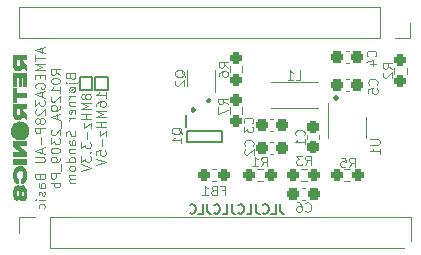
<source format=gbo>
G04 #@! TF.GenerationSoftware,KiCad,Pcbnew,(6.0.11)*
G04 #@! TF.CreationDate,2023-03-04T17:47:10+01:00*
G04 #@! TF.ProjectId,ATMEGA328P_AU_BreadboardAdapter,41544d45-4741-4333-9238-505f41555f42,rev?*
G04 #@! TF.SameCoordinates,Original*
G04 #@! TF.FileFunction,Legend,Bot*
G04 #@! TF.FilePolarity,Positive*
%FSLAX46Y46*%
G04 Gerber Fmt 4.6, Leading zero omitted, Abs format (unit mm)*
G04 Created by KiCad (PCBNEW (6.0.11)) date 2023-03-04 17:47:10*
%MOMM*%
%LPD*%
G01*
G04 APERTURE LIST*
G04 Aperture macros list*
%AMRoundRect*
0 Rectangle with rounded corners*
0 $1 Rounding radius*
0 $2 $3 $4 $5 $6 $7 $8 $9 X,Y pos of 4 corners*
0 Add a 4 corners polygon primitive as box body*
4,1,4,$2,$3,$4,$5,$6,$7,$8,$9,$2,$3,0*
0 Add four circle primitives for the rounded corners*
1,1,$1+$1,$2,$3*
1,1,$1+$1,$4,$5*
1,1,$1+$1,$6,$7*
1,1,$1+$1,$8,$9*
0 Add four rect primitives between the rounded corners*
20,1,$1+$1,$2,$3,$4,$5,0*
20,1,$1+$1,$4,$5,$6,$7,0*
20,1,$1+$1,$6,$7,$8,$9,0*
20,1,$1+$1,$8,$9,$2,$3,0*%
G04 Aperture macros list end*
%ADD10C,0.150000*%
%ADD11C,0.100000*%
%ADD12C,0.300000*%
%ADD13C,0.120000*%
%ADD14C,0.200000*%
%ADD15R,1.650000X2.000000*%
%ADD16R,0.400000X1.000000*%
%ADD17O,1.700000X1.700000*%
%ADD18R,0.650000X1.560000*%
%ADD19RoundRect,0.237500X-0.237500X0.250000X-0.237500X-0.250000X0.237500X-0.250000X0.237500X0.250000X0*%
%ADD20RoundRect,0.237500X0.250000X0.237500X-0.250000X0.237500X-0.250000X-0.237500X0.250000X-0.237500X0*%
%ADD21RoundRect,0.237500X0.237500X-0.250000X0.237500X0.250000X-0.237500X0.250000X-0.237500X-0.250000X0*%
%ADD22RoundRect,0.237500X-0.250000X-0.237500X0.250000X-0.237500X0.250000X0.237500X-0.250000X0.237500X0*%
%ADD23R,0.550000X1.050000*%
%ADD24RoundRect,0.237500X0.287500X0.237500X-0.287500X0.237500X-0.287500X-0.237500X0.287500X-0.237500X0*%
%ADD25RoundRect,0.237500X0.300000X0.237500X-0.300000X0.237500X-0.300000X-0.237500X0.300000X-0.237500X0*%
%ADD26RoundRect,0.237500X-0.300000X-0.237500X0.300000X-0.237500X0.300000X0.237500X-0.300000X0.237500X0*%
%ADD27RoundRect,0.237500X-0.237500X0.300000X-0.237500X-0.300000X0.237500X-0.300000X0.237500X0.300000X0*%
%ADD28C,0.700000*%
%ADD29R,1.700000X1.700000*%
G04 APERTURE END LIST*
D10*
X184320238Y-88386904D02*
X184320238Y-88958333D01*
X184358333Y-89072619D01*
X184434523Y-89148809D01*
X184548809Y-89186904D01*
X184625000Y-89186904D01*
X183558333Y-89186904D02*
X183939285Y-89186904D01*
X183939285Y-88386904D01*
X182834523Y-89110714D02*
X182872619Y-89148809D01*
X182986904Y-89186904D01*
X183063095Y-89186904D01*
X183177380Y-89148809D01*
X183253571Y-89072619D01*
X183291666Y-88996428D01*
X183329761Y-88844047D01*
X183329761Y-88729761D01*
X183291666Y-88577380D01*
X183253571Y-88501190D01*
X183177380Y-88425000D01*
X183063095Y-88386904D01*
X182986904Y-88386904D01*
X182872619Y-88425000D01*
X182834523Y-88463095D01*
X182263095Y-88386904D02*
X182263095Y-88958333D01*
X182301190Y-89072619D01*
X182377380Y-89148809D01*
X182491666Y-89186904D01*
X182567857Y-89186904D01*
X181501190Y-89186904D02*
X181882142Y-89186904D01*
X181882142Y-88386904D01*
X180777380Y-89110714D02*
X180815476Y-89148809D01*
X180929761Y-89186904D01*
X181005952Y-89186904D01*
X181120238Y-89148809D01*
X181196428Y-89072619D01*
X181234523Y-88996428D01*
X181272619Y-88844047D01*
X181272619Y-88729761D01*
X181234523Y-88577380D01*
X181196428Y-88501190D01*
X181120238Y-88425000D01*
X181005952Y-88386904D01*
X180929761Y-88386904D01*
X180815476Y-88425000D01*
X180777380Y-88463095D01*
X180205952Y-88386904D02*
X180205952Y-88958333D01*
X180244047Y-89072619D01*
X180320238Y-89148809D01*
X180434523Y-89186904D01*
X180510714Y-89186904D01*
X179444047Y-89186904D02*
X179825000Y-89186904D01*
X179825000Y-88386904D01*
X178720238Y-89110714D02*
X178758333Y-89148809D01*
X178872619Y-89186904D01*
X178948809Y-89186904D01*
X179063095Y-89148809D01*
X179139285Y-89072619D01*
X179177380Y-88996428D01*
X179215476Y-88844047D01*
X179215476Y-88729761D01*
X179177380Y-88577380D01*
X179139285Y-88501190D01*
X179063095Y-88425000D01*
X178948809Y-88386904D01*
X178872619Y-88386904D01*
X178758333Y-88425000D01*
X178720238Y-88463095D01*
X178148809Y-88386904D02*
X178148809Y-88958333D01*
X178186904Y-89072619D01*
X178263095Y-89148809D01*
X178377380Y-89186904D01*
X178453571Y-89186904D01*
X177386904Y-89186904D02*
X177767857Y-89186904D01*
X177767857Y-88386904D01*
X176663095Y-89110714D02*
X176701190Y-89148809D01*
X176815476Y-89186904D01*
X176891666Y-89186904D01*
X177005952Y-89148809D01*
X177082142Y-89072619D01*
X177120238Y-88996428D01*
X177158333Y-88844047D01*
X177158333Y-88729761D01*
X177120238Y-88577380D01*
X177082142Y-88501190D01*
X177005952Y-88425000D01*
X176891666Y-88386904D01*
X176815476Y-88386904D01*
X176701190Y-88425000D01*
X176663095Y-88463095D01*
X168650000Y-77575000D02*
X169700000Y-77575000D01*
X169700000Y-77575000D02*
X169700000Y-78725000D01*
X169700000Y-78725000D02*
X168650000Y-78725000D01*
X168650000Y-78725000D02*
X168650000Y-77575000D01*
X167375000Y-77575000D02*
X168425000Y-77575000D01*
X168425000Y-77575000D02*
X168425000Y-78725000D01*
X168425000Y-78725000D02*
X167375000Y-78725000D01*
X167375000Y-78725000D02*
X167375000Y-77575000D01*
D11*
X167810761Y-79181439D02*
X167772666Y-79105248D01*
X167734571Y-79067153D01*
X167658380Y-79029058D01*
X167620285Y-79029058D01*
X167544095Y-79067153D01*
X167506000Y-79105248D01*
X167467904Y-79181439D01*
X167467904Y-79333820D01*
X167506000Y-79410010D01*
X167544095Y-79448105D01*
X167620285Y-79486201D01*
X167658380Y-79486201D01*
X167734571Y-79448105D01*
X167772666Y-79410010D01*
X167810761Y-79333820D01*
X167810761Y-79181439D01*
X167848857Y-79105248D01*
X167886952Y-79067153D01*
X167963142Y-79029058D01*
X168115523Y-79029058D01*
X168191714Y-79067153D01*
X168229809Y-79105248D01*
X168267904Y-79181439D01*
X168267904Y-79333820D01*
X168229809Y-79410010D01*
X168191714Y-79448105D01*
X168115523Y-79486201D01*
X167963142Y-79486201D01*
X167886952Y-79448105D01*
X167848857Y-79410010D01*
X167810761Y-79333820D01*
X168267904Y-79829058D02*
X167467904Y-79829058D01*
X168039333Y-80095724D01*
X167467904Y-80362391D01*
X168267904Y-80362391D01*
X168267904Y-80743344D02*
X167467904Y-80743344D01*
X167848857Y-80743344D02*
X167848857Y-81200486D01*
X168267904Y-81200486D02*
X167467904Y-81200486D01*
X167734571Y-81505248D02*
X167734571Y-81924296D01*
X168267904Y-81505248D01*
X168267904Y-81924296D01*
X167963142Y-82229058D02*
X167963142Y-82838582D01*
X167467904Y-83143344D02*
X167467904Y-83638582D01*
X167772666Y-83371915D01*
X167772666Y-83486201D01*
X167810761Y-83562391D01*
X167848857Y-83600486D01*
X167925047Y-83638582D01*
X168115523Y-83638582D01*
X168191714Y-83600486D01*
X168229809Y-83562391D01*
X168267904Y-83486201D01*
X168267904Y-83257629D01*
X168229809Y-83181439D01*
X168191714Y-83143344D01*
X168191714Y-83981439D02*
X168229809Y-84019534D01*
X168267904Y-83981439D01*
X168229809Y-83943344D01*
X168191714Y-83981439D01*
X168267904Y-83981439D01*
X167467904Y-84286201D02*
X167467904Y-84781439D01*
X167772666Y-84514772D01*
X167772666Y-84629058D01*
X167810761Y-84705248D01*
X167848857Y-84743344D01*
X167925047Y-84781439D01*
X168115523Y-84781439D01*
X168191714Y-84743344D01*
X168229809Y-84705248D01*
X168267904Y-84629058D01*
X168267904Y-84400486D01*
X168229809Y-84324296D01*
X168191714Y-84286201D01*
X167467904Y-85010010D02*
X168267904Y-85276677D01*
X167467904Y-85543344D01*
X169555904Y-79371915D02*
X169555904Y-78914772D01*
X169555904Y-79143344D02*
X168755904Y-79143344D01*
X168870190Y-79067153D01*
X168946380Y-78990963D01*
X168984476Y-78914772D01*
X168755904Y-80057629D02*
X168755904Y-79905248D01*
X168794000Y-79829058D01*
X168832095Y-79790963D01*
X168946380Y-79714772D01*
X169098761Y-79676677D01*
X169403523Y-79676677D01*
X169479714Y-79714772D01*
X169517809Y-79752867D01*
X169555904Y-79829058D01*
X169555904Y-79981439D01*
X169517809Y-80057629D01*
X169479714Y-80095724D01*
X169403523Y-80133820D01*
X169213047Y-80133820D01*
X169136857Y-80095724D01*
X169098761Y-80057629D01*
X169060666Y-79981439D01*
X169060666Y-79829058D01*
X169098761Y-79752867D01*
X169136857Y-79714772D01*
X169213047Y-79676677D01*
X169555904Y-80476677D02*
X168755904Y-80476677D01*
X169327333Y-80743344D01*
X168755904Y-81010010D01*
X169555904Y-81010010D01*
X169555904Y-81390963D02*
X168755904Y-81390963D01*
X169136857Y-81390963D02*
X169136857Y-81848105D01*
X169555904Y-81848105D02*
X168755904Y-81848105D01*
X169022571Y-82152867D02*
X169022571Y-82571915D01*
X169555904Y-82152867D01*
X169555904Y-82571915D01*
X169251142Y-82876677D02*
X169251142Y-83486201D01*
X168755904Y-84248105D02*
X168755904Y-83867153D01*
X169136857Y-83829058D01*
X169098761Y-83867153D01*
X169060666Y-83943344D01*
X169060666Y-84133820D01*
X169098761Y-84210010D01*
X169136857Y-84248105D01*
X169213047Y-84286201D01*
X169403523Y-84286201D01*
X169479714Y-84248105D01*
X169517809Y-84210010D01*
X169555904Y-84133820D01*
X169555904Y-83943344D01*
X169517809Y-83867153D01*
X169479714Y-83829058D01*
X168755904Y-84514772D02*
X169555904Y-84781439D01*
X168755904Y-85048105D01*
D12*
X189025000Y-79335714D02*
X188953571Y-79407142D01*
X189025000Y-79478571D01*
X189096428Y-79407142D01*
X189025000Y-79335714D01*
X189025000Y-79478571D01*
X176975000Y-80310714D02*
X176903571Y-80382142D01*
X176975000Y-80453571D01*
X177046428Y-80382142D01*
X176975000Y-80310714D01*
X176975000Y-80453571D01*
X178250000Y-79535714D02*
X178178571Y-79607142D01*
X178250000Y-79678571D01*
X178321428Y-79607142D01*
X178250000Y-79535714D01*
X178250000Y-79678571D01*
D11*
X164170333Y-75162391D02*
X164170333Y-75543344D01*
X164398904Y-75086201D02*
X163598904Y-75352867D01*
X164398904Y-75619534D01*
X163598904Y-75771915D02*
X163598904Y-76229058D01*
X164398904Y-76000486D02*
X163598904Y-76000486D01*
X164398904Y-76495724D02*
X163598904Y-76495724D01*
X164170333Y-76762391D01*
X163598904Y-77029058D01*
X164398904Y-77029058D01*
X163979857Y-77410010D02*
X163979857Y-77676677D01*
X164398904Y-77790963D02*
X164398904Y-77410010D01*
X163598904Y-77410010D01*
X163598904Y-77790963D01*
X163637000Y-78552867D02*
X163598904Y-78476677D01*
X163598904Y-78362391D01*
X163637000Y-78248105D01*
X163713190Y-78171915D01*
X163789380Y-78133820D01*
X163941761Y-78095724D01*
X164056047Y-78095724D01*
X164208428Y-78133820D01*
X164284619Y-78171915D01*
X164360809Y-78248105D01*
X164398904Y-78362391D01*
X164398904Y-78438582D01*
X164360809Y-78552867D01*
X164322714Y-78590963D01*
X164056047Y-78590963D01*
X164056047Y-78438582D01*
X164170333Y-78895724D02*
X164170333Y-79276677D01*
X164398904Y-78819534D02*
X163598904Y-79086201D01*
X164398904Y-79352867D01*
X163598904Y-79543344D02*
X163598904Y-80038582D01*
X163903666Y-79771915D01*
X163903666Y-79886201D01*
X163941761Y-79962391D01*
X163979857Y-80000486D01*
X164056047Y-80038582D01*
X164246523Y-80038582D01*
X164322714Y-80000486D01*
X164360809Y-79962391D01*
X164398904Y-79886201D01*
X164398904Y-79657629D01*
X164360809Y-79581439D01*
X164322714Y-79543344D01*
X163675095Y-80343344D02*
X163637000Y-80381439D01*
X163598904Y-80457629D01*
X163598904Y-80648105D01*
X163637000Y-80724296D01*
X163675095Y-80762391D01*
X163751285Y-80800486D01*
X163827476Y-80800486D01*
X163941761Y-80762391D01*
X164398904Y-80305248D01*
X164398904Y-80800486D01*
X163941761Y-81257629D02*
X163903666Y-81181439D01*
X163865571Y-81143344D01*
X163789380Y-81105248D01*
X163751285Y-81105248D01*
X163675095Y-81143344D01*
X163637000Y-81181439D01*
X163598904Y-81257629D01*
X163598904Y-81410010D01*
X163637000Y-81486201D01*
X163675095Y-81524296D01*
X163751285Y-81562391D01*
X163789380Y-81562391D01*
X163865571Y-81524296D01*
X163903666Y-81486201D01*
X163941761Y-81410010D01*
X163941761Y-81257629D01*
X163979857Y-81181439D01*
X164017952Y-81143344D01*
X164094142Y-81105248D01*
X164246523Y-81105248D01*
X164322714Y-81143344D01*
X164360809Y-81181439D01*
X164398904Y-81257629D01*
X164398904Y-81410010D01*
X164360809Y-81486201D01*
X164322714Y-81524296D01*
X164246523Y-81562391D01*
X164094142Y-81562391D01*
X164017952Y-81524296D01*
X163979857Y-81486201D01*
X163941761Y-81410010D01*
X164398904Y-81905248D02*
X163598904Y-81905248D01*
X163598904Y-82210010D01*
X163637000Y-82286201D01*
X163675095Y-82324296D01*
X163751285Y-82362391D01*
X163865571Y-82362391D01*
X163941761Y-82324296D01*
X163979857Y-82286201D01*
X164017952Y-82210010D01*
X164017952Y-81905248D01*
X164094142Y-82705248D02*
X164094142Y-83314772D01*
X164170333Y-83657629D02*
X164170333Y-84038582D01*
X164398904Y-83581439D02*
X163598904Y-83848105D01*
X164398904Y-84114772D01*
X163598904Y-84381439D02*
X164246523Y-84381439D01*
X164322714Y-84419534D01*
X164360809Y-84457629D01*
X164398904Y-84533820D01*
X164398904Y-84686201D01*
X164360809Y-84762391D01*
X164322714Y-84800486D01*
X164246523Y-84838582D01*
X163598904Y-84838582D01*
X163979857Y-86095724D02*
X164017952Y-86210010D01*
X164056047Y-86248105D01*
X164132238Y-86286201D01*
X164246523Y-86286201D01*
X164322714Y-86248105D01*
X164360809Y-86210010D01*
X164398904Y-86133820D01*
X164398904Y-85829058D01*
X163598904Y-85829058D01*
X163598904Y-86095724D01*
X163637000Y-86171915D01*
X163675095Y-86210010D01*
X163751285Y-86248105D01*
X163827476Y-86248105D01*
X163903666Y-86210010D01*
X163941761Y-86171915D01*
X163979857Y-86095724D01*
X163979857Y-85829058D01*
X164398904Y-86971915D02*
X163979857Y-86971915D01*
X163903666Y-86933820D01*
X163865571Y-86857629D01*
X163865571Y-86705248D01*
X163903666Y-86629058D01*
X164360809Y-86971915D02*
X164398904Y-86895724D01*
X164398904Y-86705248D01*
X164360809Y-86629058D01*
X164284619Y-86590963D01*
X164208428Y-86590963D01*
X164132238Y-86629058D01*
X164094142Y-86705248D01*
X164094142Y-86895724D01*
X164056047Y-86971915D01*
X164360809Y-87314772D02*
X164398904Y-87390963D01*
X164398904Y-87543344D01*
X164360809Y-87619534D01*
X164284619Y-87657629D01*
X164246523Y-87657629D01*
X164170333Y-87619534D01*
X164132238Y-87543344D01*
X164132238Y-87429058D01*
X164094142Y-87352867D01*
X164017952Y-87314772D01*
X163979857Y-87314772D01*
X163903666Y-87352867D01*
X163865571Y-87429058D01*
X163865571Y-87543344D01*
X163903666Y-87619534D01*
X164398904Y-88000486D02*
X163865571Y-88000486D01*
X163598904Y-88000486D02*
X163637000Y-87962391D01*
X163675095Y-88000486D01*
X163637000Y-88038582D01*
X163598904Y-88000486D01*
X163675095Y-88000486D01*
X164360809Y-88724296D02*
X164398904Y-88648105D01*
X164398904Y-88495724D01*
X164360809Y-88419534D01*
X164322714Y-88381439D01*
X164246523Y-88343344D01*
X164017952Y-88343344D01*
X163941761Y-88381439D01*
X163903666Y-88419534D01*
X163865571Y-88495724D01*
X163865571Y-88648105D01*
X163903666Y-88724296D01*
X165686904Y-77429058D02*
X165305952Y-77162391D01*
X165686904Y-76971915D02*
X164886904Y-76971915D01*
X164886904Y-77276677D01*
X164925000Y-77352867D01*
X164963095Y-77390963D01*
X165039285Y-77429058D01*
X165153571Y-77429058D01*
X165229761Y-77390963D01*
X165267857Y-77352867D01*
X165305952Y-77276677D01*
X165305952Y-76971915D01*
X164886904Y-77924296D02*
X164886904Y-78000486D01*
X164925000Y-78076677D01*
X164963095Y-78114772D01*
X165039285Y-78152867D01*
X165191666Y-78190963D01*
X165382142Y-78190963D01*
X165534523Y-78152867D01*
X165610714Y-78114772D01*
X165648809Y-78076677D01*
X165686904Y-78000486D01*
X165686904Y-77924296D01*
X165648809Y-77848105D01*
X165610714Y-77810010D01*
X165534523Y-77771915D01*
X165382142Y-77733820D01*
X165191666Y-77733820D01*
X165039285Y-77771915D01*
X164963095Y-77810010D01*
X164925000Y-77848105D01*
X164886904Y-77924296D01*
X165686904Y-78952867D02*
X165686904Y-78495724D01*
X165686904Y-78724296D02*
X164886904Y-78724296D01*
X165001190Y-78648105D01*
X165077380Y-78571915D01*
X165115476Y-78495724D01*
X164963095Y-79257629D02*
X164925000Y-79295724D01*
X164886904Y-79371915D01*
X164886904Y-79562391D01*
X164925000Y-79638582D01*
X164963095Y-79676677D01*
X165039285Y-79714772D01*
X165115476Y-79714772D01*
X165229761Y-79676677D01*
X165686904Y-79219534D01*
X165686904Y-79714772D01*
X165686904Y-80095724D02*
X165686904Y-80248105D01*
X165648809Y-80324296D01*
X165610714Y-80362391D01*
X165496428Y-80438582D01*
X165344047Y-80476677D01*
X165039285Y-80476677D01*
X164963095Y-80438582D01*
X164925000Y-80400486D01*
X164886904Y-80324296D01*
X164886904Y-80171915D01*
X164925000Y-80095724D01*
X164963095Y-80057629D01*
X165039285Y-80019534D01*
X165229761Y-80019534D01*
X165305952Y-80057629D01*
X165344047Y-80095724D01*
X165382142Y-80171915D01*
X165382142Y-80324296D01*
X165344047Y-80400486D01*
X165305952Y-80438582D01*
X165229761Y-80476677D01*
X165458333Y-80781439D02*
X165458333Y-81162391D01*
X165686904Y-80705248D02*
X164886904Y-80971915D01*
X165686904Y-81238582D01*
X165763095Y-81314772D02*
X165763095Y-81924296D01*
X164963095Y-82076677D02*
X164925000Y-82114772D01*
X164886904Y-82190963D01*
X164886904Y-82381439D01*
X164925000Y-82457629D01*
X164963095Y-82495724D01*
X165039285Y-82533820D01*
X165115476Y-82533820D01*
X165229761Y-82495724D01*
X165686904Y-82038582D01*
X165686904Y-82533820D01*
X164886904Y-82800486D02*
X164886904Y-83295724D01*
X165191666Y-83029058D01*
X165191666Y-83143344D01*
X165229761Y-83219534D01*
X165267857Y-83257629D01*
X165344047Y-83295724D01*
X165534523Y-83295724D01*
X165610714Y-83257629D01*
X165648809Y-83219534D01*
X165686904Y-83143344D01*
X165686904Y-82914772D01*
X165648809Y-82838582D01*
X165610714Y-82800486D01*
X164886904Y-83790963D02*
X164886904Y-83867153D01*
X164925000Y-83943344D01*
X164963095Y-83981439D01*
X165039285Y-84019534D01*
X165191666Y-84057629D01*
X165382142Y-84057629D01*
X165534523Y-84019534D01*
X165610714Y-83981439D01*
X165648809Y-83943344D01*
X165686904Y-83867153D01*
X165686904Y-83790963D01*
X165648809Y-83714772D01*
X165610714Y-83676677D01*
X165534523Y-83638582D01*
X165382142Y-83600486D01*
X165191666Y-83600486D01*
X165039285Y-83638582D01*
X164963095Y-83676677D01*
X164925000Y-83714772D01*
X164886904Y-83790963D01*
X165686904Y-84438582D02*
X165686904Y-84590963D01*
X165648809Y-84667153D01*
X165610714Y-84705248D01*
X165496428Y-84781439D01*
X165344047Y-84819534D01*
X165039285Y-84819534D01*
X164963095Y-84781439D01*
X164925000Y-84743344D01*
X164886904Y-84667153D01*
X164886904Y-84514772D01*
X164925000Y-84438582D01*
X164963095Y-84400486D01*
X165039285Y-84362391D01*
X165229761Y-84362391D01*
X165305952Y-84400486D01*
X165344047Y-84438582D01*
X165382142Y-84514772D01*
X165382142Y-84667153D01*
X165344047Y-84743344D01*
X165305952Y-84781439D01*
X165229761Y-84819534D01*
X165763095Y-84971915D02*
X165763095Y-85581439D01*
X165686904Y-85771915D02*
X164886904Y-85771915D01*
X164886904Y-86076677D01*
X164925000Y-86152867D01*
X164963095Y-86190963D01*
X165039285Y-86229058D01*
X165153571Y-86229058D01*
X165229761Y-86190963D01*
X165267857Y-86152867D01*
X165305952Y-86076677D01*
X165305952Y-85771915D01*
X165686904Y-86571915D02*
X164886904Y-86571915D01*
X165191666Y-86571915D02*
X165153571Y-86648105D01*
X165153571Y-86800486D01*
X165191666Y-86876677D01*
X165229761Y-86914772D01*
X165305952Y-86952867D01*
X165534523Y-86952867D01*
X165610714Y-86914772D01*
X165648809Y-86876677D01*
X165686904Y-86800486D01*
X165686904Y-86648105D01*
X165648809Y-86571915D01*
X166555857Y-77581439D02*
X166593952Y-77695724D01*
X166632047Y-77733820D01*
X166708238Y-77771915D01*
X166822523Y-77771915D01*
X166898714Y-77733820D01*
X166936809Y-77695724D01*
X166974904Y-77619534D01*
X166974904Y-77314772D01*
X166174904Y-77314772D01*
X166174904Y-77581439D01*
X166213000Y-77657629D01*
X166251095Y-77695724D01*
X166327285Y-77733820D01*
X166403476Y-77733820D01*
X166479666Y-77695724D01*
X166517761Y-77657629D01*
X166555857Y-77581439D01*
X166555857Y-77314772D01*
X166441571Y-78114772D02*
X167127285Y-78114772D01*
X167203476Y-78076677D01*
X167241571Y-78000486D01*
X167241571Y-77962391D01*
X166174904Y-78114772D02*
X166213000Y-78076677D01*
X166251095Y-78114772D01*
X166213000Y-78152867D01*
X166174904Y-78114772D01*
X166251095Y-78114772D01*
X166441571Y-78914772D02*
X166974904Y-78419534D01*
X166974904Y-78610010D02*
X166936809Y-78533820D01*
X166898714Y-78495724D01*
X166822523Y-78457629D01*
X166593952Y-78457629D01*
X166517761Y-78495724D01*
X166479666Y-78533820D01*
X166441571Y-78610010D01*
X166441571Y-78724296D01*
X166479666Y-78800486D01*
X166517761Y-78838582D01*
X166593952Y-78876677D01*
X166822523Y-78876677D01*
X166898714Y-78838582D01*
X166936809Y-78800486D01*
X166974904Y-78724296D01*
X166974904Y-78610010D01*
X166974904Y-79219534D02*
X166441571Y-79219534D01*
X166593952Y-79219534D02*
X166517761Y-79257629D01*
X166479666Y-79295724D01*
X166441571Y-79371915D01*
X166441571Y-79448105D01*
X166441571Y-79714772D02*
X166974904Y-79714772D01*
X166517761Y-79714772D02*
X166479666Y-79752867D01*
X166441571Y-79829058D01*
X166441571Y-79943344D01*
X166479666Y-80019534D01*
X166555857Y-80057629D01*
X166974904Y-80057629D01*
X166936809Y-80743344D02*
X166974904Y-80667153D01*
X166974904Y-80514772D01*
X166936809Y-80438582D01*
X166860619Y-80400486D01*
X166555857Y-80400486D01*
X166479666Y-80438582D01*
X166441571Y-80514772D01*
X166441571Y-80667153D01*
X166479666Y-80743344D01*
X166555857Y-80781439D01*
X166632047Y-80781439D01*
X166708238Y-80400486D01*
X166974904Y-81124296D02*
X166441571Y-81124296D01*
X166593952Y-81124296D02*
X166517761Y-81162391D01*
X166479666Y-81200486D01*
X166441571Y-81276677D01*
X166441571Y-81352867D01*
X166936809Y-82190963D02*
X166974904Y-82305248D01*
X166974904Y-82495724D01*
X166936809Y-82571915D01*
X166898714Y-82610010D01*
X166822523Y-82648105D01*
X166746333Y-82648105D01*
X166670142Y-82610010D01*
X166632047Y-82571915D01*
X166593952Y-82495724D01*
X166555857Y-82343344D01*
X166517761Y-82267153D01*
X166479666Y-82229058D01*
X166403476Y-82190963D01*
X166327285Y-82190963D01*
X166251095Y-82229058D01*
X166213000Y-82267153D01*
X166174904Y-82343344D01*
X166174904Y-82533820D01*
X166213000Y-82648105D01*
X166974904Y-83333820D02*
X166555857Y-83333820D01*
X166479666Y-83295724D01*
X166441571Y-83219534D01*
X166441571Y-83067153D01*
X166479666Y-82990963D01*
X166936809Y-83333820D02*
X166974904Y-83257629D01*
X166974904Y-83067153D01*
X166936809Y-82990963D01*
X166860619Y-82952867D01*
X166784428Y-82952867D01*
X166708238Y-82990963D01*
X166670142Y-83067153D01*
X166670142Y-83257629D01*
X166632047Y-83333820D01*
X166441571Y-83714772D02*
X166974904Y-83714772D01*
X166517761Y-83714772D02*
X166479666Y-83752867D01*
X166441571Y-83829058D01*
X166441571Y-83943344D01*
X166479666Y-84019534D01*
X166555857Y-84057629D01*
X166974904Y-84057629D01*
X166974904Y-84781439D02*
X166174904Y-84781439D01*
X166936809Y-84781439D02*
X166974904Y-84705248D01*
X166974904Y-84552867D01*
X166936809Y-84476677D01*
X166898714Y-84438582D01*
X166822523Y-84400486D01*
X166593952Y-84400486D01*
X166517761Y-84438582D01*
X166479666Y-84476677D01*
X166441571Y-84552867D01*
X166441571Y-84705248D01*
X166479666Y-84781439D01*
X166974904Y-85276677D02*
X166936809Y-85200486D01*
X166898714Y-85162391D01*
X166822523Y-85124296D01*
X166593952Y-85124296D01*
X166517761Y-85162391D01*
X166479666Y-85200486D01*
X166441571Y-85276677D01*
X166441571Y-85390963D01*
X166479666Y-85467153D01*
X166517761Y-85505248D01*
X166593952Y-85543344D01*
X166822523Y-85543344D01*
X166898714Y-85505248D01*
X166936809Y-85467153D01*
X166974904Y-85390963D01*
X166974904Y-85276677D01*
X166974904Y-85886201D02*
X166441571Y-85886201D01*
X166517761Y-85886201D02*
X166479666Y-85924296D01*
X166441571Y-86000486D01*
X166441571Y-86114772D01*
X166479666Y-86190963D01*
X166555857Y-86229058D01*
X166974904Y-86229058D01*
X166555857Y-86229058D02*
X166479666Y-86267153D01*
X166441571Y-86343344D01*
X166441571Y-86457629D01*
X166479666Y-86533820D01*
X166555857Y-86571915D01*
X166974904Y-86571915D01*
X185633333Y-77836904D02*
X186014285Y-77836904D01*
X186014285Y-77036904D01*
X184947619Y-77836904D02*
X185404761Y-77836904D01*
X185176190Y-77836904D02*
X185176190Y-77036904D01*
X185252380Y-77151190D01*
X185328571Y-77227380D01*
X185404761Y-77265476D01*
X176288095Y-77623809D02*
X176250000Y-77547619D01*
X176173809Y-77471428D01*
X176059523Y-77357142D01*
X176021428Y-77280952D01*
X176021428Y-77204761D01*
X176211904Y-77242857D02*
X176173809Y-77166666D01*
X176097619Y-77090476D01*
X175945238Y-77052380D01*
X175678571Y-77052380D01*
X175526190Y-77090476D01*
X175450000Y-77166666D01*
X175411904Y-77242857D01*
X175411904Y-77395238D01*
X175450000Y-77471428D01*
X175526190Y-77547619D01*
X175678571Y-77585714D01*
X175945238Y-77585714D01*
X176097619Y-77547619D01*
X176173809Y-77471428D01*
X176211904Y-77395238D01*
X176211904Y-77242857D01*
X175488095Y-77890476D02*
X175450000Y-77928571D01*
X175411904Y-78004761D01*
X175411904Y-78195238D01*
X175450000Y-78271428D01*
X175488095Y-78309523D01*
X175564285Y-78347619D01*
X175640476Y-78347619D01*
X175754761Y-78309523D01*
X176211904Y-77852380D01*
X176211904Y-78347619D01*
X191961904Y-82890476D02*
X192609523Y-82890476D01*
X192685714Y-82928571D01*
X192723809Y-82966666D01*
X192761904Y-83042857D01*
X192761904Y-83195238D01*
X192723809Y-83271428D01*
X192685714Y-83309523D01*
X192609523Y-83347619D01*
X191961904Y-83347619D01*
X192761904Y-84147619D02*
X192761904Y-83690476D01*
X192761904Y-83919047D02*
X191961904Y-83919047D01*
X192076190Y-83842857D01*
X192152380Y-83766666D01*
X192190476Y-83690476D01*
X179861904Y-79916666D02*
X179480952Y-79650000D01*
X179861904Y-79459523D02*
X179061904Y-79459523D01*
X179061904Y-79764285D01*
X179100000Y-79840476D01*
X179138095Y-79878571D01*
X179214285Y-79916666D01*
X179328571Y-79916666D01*
X179404761Y-79878571D01*
X179442857Y-79840476D01*
X179480952Y-79764285D01*
X179480952Y-79459523D01*
X179061904Y-80183333D02*
X179061904Y-80716666D01*
X179861904Y-80373809D01*
X179911904Y-76816666D02*
X179530952Y-76550000D01*
X179911904Y-76359523D02*
X179111904Y-76359523D01*
X179111904Y-76664285D01*
X179150000Y-76740476D01*
X179188095Y-76778571D01*
X179264285Y-76816666D01*
X179378571Y-76816666D01*
X179454761Y-76778571D01*
X179492857Y-76740476D01*
X179530952Y-76664285D01*
X179530952Y-76359523D01*
X179111904Y-77502380D02*
X179111904Y-77350000D01*
X179150000Y-77273809D01*
X179188095Y-77235714D01*
X179302380Y-77159523D01*
X179454761Y-77121428D01*
X179759523Y-77121428D01*
X179835714Y-77159523D01*
X179873809Y-77197619D01*
X179911904Y-77273809D01*
X179911904Y-77426190D01*
X179873809Y-77502380D01*
X179835714Y-77540476D01*
X179759523Y-77578571D01*
X179569047Y-77578571D01*
X179492857Y-77540476D01*
X179454761Y-77502380D01*
X179416666Y-77426190D01*
X179416666Y-77273809D01*
X179454761Y-77197619D01*
X179492857Y-77159523D01*
X179569047Y-77121428D01*
X190158333Y-85236904D02*
X190425000Y-84855952D01*
X190615476Y-85236904D02*
X190615476Y-84436904D01*
X190310714Y-84436904D01*
X190234523Y-84475000D01*
X190196428Y-84513095D01*
X190158333Y-84589285D01*
X190158333Y-84703571D01*
X190196428Y-84779761D01*
X190234523Y-84817857D01*
X190310714Y-84855952D01*
X190615476Y-84855952D01*
X189434523Y-84436904D02*
X189815476Y-84436904D01*
X189853571Y-84817857D01*
X189815476Y-84779761D01*
X189739285Y-84741666D01*
X189548809Y-84741666D01*
X189472619Y-84779761D01*
X189434523Y-84817857D01*
X189396428Y-84894047D01*
X189396428Y-85084523D01*
X189434523Y-85160714D01*
X189472619Y-85198809D01*
X189548809Y-85236904D01*
X189739285Y-85236904D01*
X189815476Y-85198809D01*
X189853571Y-85160714D01*
X193811904Y-76916666D02*
X193430952Y-76650000D01*
X193811904Y-76459523D02*
X193011904Y-76459523D01*
X193011904Y-76764285D01*
X193050000Y-76840476D01*
X193088095Y-76878571D01*
X193164285Y-76916666D01*
X193278571Y-76916666D01*
X193354761Y-76878571D01*
X193392857Y-76840476D01*
X193430952Y-76764285D01*
X193430952Y-76459523D01*
X193088095Y-77221428D02*
X193050000Y-77259523D01*
X193011904Y-77335714D01*
X193011904Y-77526190D01*
X193050000Y-77602380D01*
X193088095Y-77640476D01*
X193164285Y-77678571D01*
X193240476Y-77678571D01*
X193354761Y-77640476D01*
X193811904Y-77183333D01*
X193811904Y-77678571D01*
X186433333Y-85061904D02*
X186700000Y-84680952D01*
X186890476Y-85061904D02*
X186890476Y-84261904D01*
X186585714Y-84261904D01*
X186509523Y-84300000D01*
X186471428Y-84338095D01*
X186433333Y-84414285D01*
X186433333Y-84528571D01*
X186471428Y-84604761D01*
X186509523Y-84642857D01*
X186585714Y-84680952D01*
X186890476Y-84680952D01*
X186166666Y-84261904D02*
X185671428Y-84261904D01*
X185938095Y-84566666D01*
X185823809Y-84566666D01*
X185747619Y-84604761D01*
X185709523Y-84642857D01*
X185671428Y-84719047D01*
X185671428Y-84909523D01*
X185709523Y-84985714D01*
X185747619Y-85023809D01*
X185823809Y-85061904D01*
X186052380Y-85061904D01*
X186128571Y-85023809D01*
X186166666Y-84985714D01*
X182708333Y-85161904D02*
X182975000Y-84780952D01*
X183165476Y-85161904D02*
X183165476Y-84361904D01*
X182860714Y-84361904D01*
X182784523Y-84400000D01*
X182746428Y-84438095D01*
X182708333Y-84514285D01*
X182708333Y-84628571D01*
X182746428Y-84704761D01*
X182784523Y-84742857D01*
X182860714Y-84780952D01*
X183165476Y-84780952D01*
X181946428Y-85161904D02*
X182403571Y-85161904D01*
X182175000Y-85161904D02*
X182175000Y-84361904D01*
X182251190Y-84476190D01*
X182327380Y-84552380D01*
X182403571Y-84590476D01*
X176038095Y-82473809D02*
X176000000Y-82397619D01*
X175923809Y-82321428D01*
X175809523Y-82207142D01*
X175771428Y-82130952D01*
X175771428Y-82054761D01*
X175961904Y-82092857D02*
X175923809Y-82016666D01*
X175847619Y-81940476D01*
X175695238Y-81902380D01*
X175428571Y-81902380D01*
X175276190Y-81940476D01*
X175200000Y-82016666D01*
X175161904Y-82092857D01*
X175161904Y-82245238D01*
X175200000Y-82321428D01*
X175276190Y-82397619D01*
X175428571Y-82435714D01*
X175695238Y-82435714D01*
X175847619Y-82397619D01*
X175923809Y-82321428D01*
X175961904Y-82245238D01*
X175961904Y-82092857D01*
X175961904Y-83197619D02*
X175961904Y-82740476D01*
X175961904Y-82969047D02*
X175161904Y-82969047D01*
X175276190Y-82892857D01*
X175352380Y-82816666D01*
X175390476Y-82740476D01*
X179366666Y-87192857D02*
X179633333Y-87192857D01*
X179633333Y-87611904D02*
X179633333Y-86811904D01*
X179252380Y-86811904D01*
X178680952Y-87192857D02*
X178566666Y-87230952D01*
X178528571Y-87269047D01*
X178490476Y-87345238D01*
X178490476Y-87459523D01*
X178528571Y-87535714D01*
X178566666Y-87573809D01*
X178642857Y-87611904D01*
X178947619Y-87611904D01*
X178947619Y-86811904D01*
X178680952Y-86811904D01*
X178604761Y-86850000D01*
X178566666Y-86888095D01*
X178528571Y-86964285D01*
X178528571Y-87040476D01*
X178566666Y-87116666D01*
X178604761Y-87154761D01*
X178680952Y-87192857D01*
X178947619Y-87192857D01*
X177728571Y-87611904D02*
X178185714Y-87611904D01*
X177957142Y-87611904D02*
X177957142Y-86811904D01*
X178033333Y-86926190D01*
X178109523Y-87002380D01*
X178185714Y-87040476D01*
X186433333Y-88960714D02*
X186471428Y-88998809D01*
X186585714Y-89036904D01*
X186661904Y-89036904D01*
X186776190Y-88998809D01*
X186852380Y-88922619D01*
X186890476Y-88846428D01*
X186928571Y-88694047D01*
X186928571Y-88579761D01*
X186890476Y-88427380D01*
X186852380Y-88351190D01*
X186776190Y-88275000D01*
X186661904Y-88236904D01*
X186585714Y-88236904D01*
X186471428Y-88275000D01*
X186433333Y-88313095D01*
X185747619Y-88236904D02*
X185900000Y-88236904D01*
X185976190Y-88275000D01*
X186014285Y-88313095D01*
X186090476Y-88427380D01*
X186128571Y-88579761D01*
X186128571Y-88884523D01*
X186090476Y-88960714D01*
X186052380Y-88998809D01*
X185976190Y-89036904D01*
X185823809Y-89036904D01*
X185747619Y-88998809D01*
X185709523Y-88960714D01*
X185671428Y-88884523D01*
X185671428Y-88694047D01*
X185709523Y-88617857D01*
X185747619Y-88579761D01*
X185823809Y-88541666D01*
X185976190Y-88541666D01*
X186052380Y-88579761D01*
X186090476Y-88617857D01*
X186128571Y-88694047D01*
X192485714Y-78266666D02*
X192523809Y-78228571D01*
X192561904Y-78114285D01*
X192561904Y-78038095D01*
X192523809Y-77923809D01*
X192447619Y-77847619D01*
X192371428Y-77809523D01*
X192219047Y-77771428D01*
X192104761Y-77771428D01*
X191952380Y-77809523D01*
X191876190Y-77847619D01*
X191800000Y-77923809D01*
X191761904Y-78038095D01*
X191761904Y-78114285D01*
X191800000Y-78228571D01*
X191838095Y-78266666D01*
X191761904Y-78990476D02*
X191761904Y-78609523D01*
X192142857Y-78571428D01*
X192104761Y-78609523D01*
X192066666Y-78685714D01*
X192066666Y-78876190D01*
X192104761Y-78952380D01*
X192142857Y-78990476D01*
X192219047Y-79028571D01*
X192409523Y-79028571D01*
X192485714Y-78990476D01*
X192523809Y-78952380D01*
X192561904Y-78876190D01*
X192561904Y-78685714D01*
X192523809Y-78609523D01*
X192485714Y-78571428D01*
X192385714Y-75866666D02*
X192423809Y-75828571D01*
X192461904Y-75714285D01*
X192461904Y-75638095D01*
X192423809Y-75523809D01*
X192347619Y-75447619D01*
X192271428Y-75409523D01*
X192119047Y-75371428D01*
X192004761Y-75371428D01*
X191852380Y-75409523D01*
X191776190Y-75447619D01*
X191700000Y-75523809D01*
X191661904Y-75638095D01*
X191661904Y-75714285D01*
X191700000Y-75828571D01*
X191738095Y-75866666D01*
X191928571Y-76552380D02*
X192461904Y-76552380D01*
X191623809Y-76361904D02*
X192195238Y-76171428D01*
X192195238Y-76666666D01*
X181935714Y-81541666D02*
X181973809Y-81503571D01*
X182011904Y-81389285D01*
X182011904Y-81313095D01*
X181973809Y-81198809D01*
X181897619Y-81122619D01*
X181821428Y-81084523D01*
X181669047Y-81046428D01*
X181554761Y-81046428D01*
X181402380Y-81084523D01*
X181326190Y-81122619D01*
X181250000Y-81198809D01*
X181211904Y-81313095D01*
X181211904Y-81389285D01*
X181250000Y-81503571D01*
X181288095Y-81541666D01*
X181211904Y-81808333D02*
X181211904Y-82303571D01*
X181516666Y-82036904D01*
X181516666Y-82151190D01*
X181554761Y-82227380D01*
X181592857Y-82265476D01*
X181669047Y-82303571D01*
X181859523Y-82303571D01*
X181935714Y-82265476D01*
X181973809Y-82227380D01*
X182011904Y-82151190D01*
X182011904Y-81922619D01*
X181973809Y-81846428D01*
X181935714Y-81808333D01*
X181985714Y-83441666D02*
X182023809Y-83403571D01*
X182061904Y-83289285D01*
X182061904Y-83213095D01*
X182023809Y-83098809D01*
X181947619Y-83022619D01*
X181871428Y-82984523D01*
X181719047Y-82946428D01*
X181604761Y-82946428D01*
X181452380Y-82984523D01*
X181376190Y-83022619D01*
X181300000Y-83098809D01*
X181261904Y-83213095D01*
X181261904Y-83289285D01*
X181300000Y-83403571D01*
X181338095Y-83441666D01*
X181338095Y-83746428D02*
X181300000Y-83784523D01*
X181261904Y-83860714D01*
X181261904Y-84051190D01*
X181300000Y-84127380D01*
X181338095Y-84165476D01*
X181414285Y-84203571D01*
X181490476Y-84203571D01*
X181604761Y-84165476D01*
X182061904Y-83708333D01*
X182061904Y-84203571D01*
X186310714Y-82566666D02*
X186348809Y-82528571D01*
X186386904Y-82414285D01*
X186386904Y-82338095D01*
X186348809Y-82223809D01*
X186272619Y-82147619D01*
X186196428Y-82109523D01*
X186044047Y-82071428D01*
X185929761Y-82071428D01*
X185777380Y-82109523D01*
X185701190Y-82147619D01*
X185625000Y-82223809D01*
X185586904Y-82338095D01*
X185586904Y-82414285D01*
X185625000Y-82528571D01*
X185663095Y-82566666D01*
X186386904Y-83328571D02*
X186386904Y-82871428D01*
X186386904Y-83100000D02*
X185586904Y-83100000D01*
X185701190Y-83023809D01*
X185777380Y-82947619D01*
X185815476Y-82871428D01*
D13*
X187500000Y-78050000D02*
X183500000Y-78050000D01*
X187500000Y-80250000D02*
X183500000Y-80250000D01*
X176440000Y-78400000D02*
X176440000Y-77000000D01*
X178760000Y-77000000D02*
X178760000Y-78900000D01*
G36*
X162405999Y-81385871D02*
G01*
X162528816Y-81413421D01*
X162649111Y-81461946D01*
X162737855Y-81513656D01*
X162840210Y-81595386D01*
X162927049Y-81692237D01*
X162997282Y-81802708D01*
X163049817Y-81925300D01*
X163083563Y-82058516D01*
X163083645Y-82058994D01*
X163088969Y-82114581D01*
X163089219Y-82182510D01*
X163084678Y-82253503D01*
X163075629Y-82318281D01*
X163069077Y-82349306D01*
X163029220Y-82474600D01*
X162971053Y-82588989D01*
X162896315Y-82690961D01*
X162806748Y-82779003D01*
X162704092Y-82851604D01*
X162590089Y-82907252D01*
X162466480Y-82944433D01*
X162335004Y-82961636D01*
X162240698Y-82961783D01*
X162141481Y-82949372D01*
X162043709Y-82922085D01*
X161940009Y-82878367D01*
X161910386Y-82863745D01*
X161864868Y-82838466D01*
X161825408Y-82811165D01*
X161785150Y-82776840D01*
X161737237Y-82730493D01*
X161710328Y-82703166D01*
X161671116Y-82660252D01*
X161641218Y-82621277D01*
X161615633Y-82579385D01*
X161589362Y-82527720D01*
X161578592Y-82504291D01*
X161554250Y-82444452D01*
X161533311Y-82384195D01*
X161519394Y-82333564D01*
X161507661Y-82254909D01*
X161505146Y-82144934D01*
X161516447Y-82033663D01*
X161541089Y-81929894D01*
X161589433Y-81812123D01*
X161655401Y-81704405D01*
X161735962Y-81610433D01*
X161828978Y-81531111D01*
X161932310Y-81467342D01*
X162043817Y-81420030D01*
X162161361Y-81390079D01*
X162282801Y-81378391D01*
X162405999Y-81385871D01*
G37*
G36*
X162401435Y-85136946D02*
G01*
X162499105Y-85159236D01*
X162586763Y-85197936D01*
X162632796Y-85228235D01*
X162711397Y-85299746D01*
X162778575Y-85388667D01*
X162833326Y-85493265D01*
X162874650Y-85611806D01*
X162901545Y-85742556D01*
X162902313Y-85748295D01*
X162906879Y-85808023D01*
X162908064Y-85881986D01*
X162906141Y-85963174D01*
X162901385Y-86044579D01*
X162894069Y-86119192D01*
X162884467Y-86180004D01*
X162857780Y-86278228D01*
X162818763Y-86375531D01*
X162770523Y-86464428D01*
X162715586Y-86540286D01*
X162656476Y-86598470D01*
X162608979Y-86630644D01*
X162548949Y-86661792D01*
X162488311Y-86685348D01*
X162435570Y-86697500D01*
X162386845Y-86702992D01*
X162386845Y-86478601D01*
X162386860Y-86438510D01*
X162387100Y-86372239D01*
X162387865Y-86323895D01*
X162389451Y-86290501D01*
X162392155Y-86269079D01*
X162396275Y-86256653D01*
X162402107Y-86250245D01*
X162409948Y-86246878D01*
X162436298Y-86233612D01*
X162474036Y-86202667D01*
X162510104Y-86161825D01*
X162538536Y-86117106D01*
X162542467Y-86109072D01*
X162567669Y-86036830D01*
X162580042Y-85957885D01*
X162580203Y-85876757D01*
X162568766Y-85797967D01*
X162546345Y-85726033D01*
X162513557Y-85665477D01*
X162471015Y-85620818D01*
X162452204Y-85608083D01*
X162386951Y-85579826D01*
X162317514Y-85570095D01*
X162248189Y-85578022D01*
X162183271Y-85602739D01*
X162127058Y-85643378D01*
X162083844Y-85699070D01*
X162058683Y-85755718D01*
X162039689Y-85835639D01*
X162034803Y-85919857D01*
X162043453Y-86003647D01*
X162065071Y-86082282D01*
X162099085Y-86151038D01*
X162144925Y-86205189D01*
X162155800Y-86214298D01*
X162184729Y-86235125D01*
X162207158Y-86246878D01*
X162211299Y-86248347D01*
X162218110Y-86252843D01*
X162223059Y-86261848D01*
X162226443Y-86278341D01*
X162228558Y-86305296D01*
X162229702Y-86345691D01*
X162230171Y-86402502D01*
X162230262Y-86478705D01*
X162230262Y-86703199D01*
X162174901Y-86696642D01*
X162090548Y-86676055D01*
X162009663Y-86634839D01*
X161935313Y-86574835D01*
X161868914Y-86497692D01*
X161811881Y-86405060D01*
X161765629Y-86298588D01*
X161731573Y-86179925D01*
X161722061Y-86123901D01*
X161714480Y-86043444D01*
X161710968Y-85954135D01*
X161711472Y-85862153D01*
X161715935Y-85773677D01*
X161724301Y-85694887D01*
X161736515Y-85631963D01*
X161761109Y-85553320D01*
X161808044Y-85445540D01*
X161865824Y-85350913D01*
X161932611Y-85272297D01*
X162006564Y-85212549D01*
X162011641Y-85209344D01*
X162098855Y-85167265D01*
X162196259Y-85141088D01*
X162298802Y-85130939D01*
X162401435Y-85136946D01*
G37*
G36*
X162535039Y-86767299D02*
G01*
X162577585Y-86774541D01*
X162630290Y-86796052D01*
X162683387Y-86828293D01*
X162729941Y-86867693D01*
X162753232Y-86893713D01*
X162805939Y-86972925D01*
X162848754Y-87068984D01*
X162880576Y-87179091D01*
X162900302Y-87300447D01*
X162902929Y-87327192D01*
X162910184Y-87458561D01*
X162908161Y-87585575D01*
X162897277Y-87704870D01*
X162877951Y-87813079D01*
X162850600Y-87906838D01*
X162815641Y-87982779D01*
X162807902Y-87995188D01*
X162764824Y-88048378D01*
X162712285Y-88094994D01*
X162658318Y-88127638D01*
X162646065Y-88132335D01*
X162594583Y-88143144D01*
X162526651Y-88147413D01*
X162483701Y-88147038D01*
X162444690Y-88143138D01*
X162410923Y-88133726D01*
X162373092Y-88116956D01*
X162349713Y-88104495D01*
X162291976Y-88060838D01*
X162248919Y-88004080D01*
X162217336Y-87930378D01*
X162214071Y-87919896D01*
X162207342Y-87894380D01*
X162202013Y-87865934D01*
X162197815Y-87831319D01*
X162194476Y-87787295D01*
X162191726Y-87730623D01*
X162189294Y-87658062D01*
X162186910Y-87566373D01*
X162185733Y-87518805D01*
X162183453Y-87438630D01*
X162181094Y-87376709D01*
X162178427Y-87330297D01*
X162175223Y-87296648D01*
X162171253Y-87273016D01*
X162166289Y-87256655D01*
X162160101Y-87244819D01*
X162150780Y-87233231D01*
X162120497Y-87216033D01*
X162086458Y-87218105D01*
X162054637Y-87239735D01*
X162033812Y-87268896D01*
X162016483Y-87315446D01*
X162008570Y-87375979D01*
X162009339Y-87453958D01*
X162014923Y-87515494D01*
X162029650Y-87586032D01*
X162053107Y-87639437D01*
X162086094Y-87678047D01*
X162118417Y-87705244D01*
X162118417Y-88145373D01*
X162076475Y-88137652D01*
X162066268Y-88135613D01*
X161984844Y-88106868D01*
X161911794Y-88058178D01*
X161848632Y-87990797D01*
X161796871Y-87905979D01*
X161784203Y-87878898D01*
X161759317Y-87814898D01*
X161740194Y-87745871D01*
X161725406Y-87666053D01*
X161713524Y-87569678D01*
X161707463Y-87482418D01*
X161708524Y-87359920D01*
X161720383Y-87242667D01*
X161742304Y-87133360D01*
X161773548Y-87034698D01*
X161813377Y-86949380D01*
X161861053Y-86880106D01*
X161915839Y-86829575D01*
X161945511Y-86811177D01*
X162021152Y-86780627D01*
X162099864Y-86769138D01*
X162177684Y-86776533D01*
X162250649Y-86802637D01*
X162314794Y-86847274D01*
X162340006Y-86873634D01*
X162367253Y-86913007D01*
X162388957Y-86960546D01*
X162405614Y-87018595D01*
X162417713Y-87089495D01*
X162425749Y-87175587D01*
X162430214Y-87279215D01*
X162431600Y-87402720D01*
X162431624Y-87429057D01*
X162432081Y-87501249D01*
X162433315Y-87555539D01*
X162435583Y-87595342D01*
X162439144Y-87624069D01*
X162444255Y-87645134D01*
X162451173Y-87661950D01*
X162460134Y-87677994D01*
X162479596Y-87697387D01*
X162508124Y-87704679D01*
X162521033Y-87705130D01*
X162557044Y-87694810D01*
X162583482Y-87665995D01*
X162600564Y-87618156D01*
X162608507Y-87550766D01*
X162607529Y-87463298D01*
X162600695Y-87388594D01*
X162585538Y-87314530D01*
X162562536Y-87259147D01*
X162531244Y-87221038D01*
X162498690Y-87193645D01*
X162498690Y-86767190D01*
X162535039Y-86767299D01*
G37*
G36*
X162901332Y-76163730D02*
G01*
X162719583Y-76166803D01*
X162537835Y-76169876D01*
X162537835Y-76210657D01*
X162538235Y-76219838D01*
X162541270Y-76233987D01*
X162548866Y-76250089D01*
X162562866Y-76270485D01*
X162585115Y-76297518D01*
X162617457Y-76333532D01*
X162661734Y-76380869D01*
X162719792Y-76441871D01*
X162901748Y-76632306D01*
X162898744Y-76892142D01*
X162895739Y-77151978D01*
X162722923Y-76949660D01*
X162690169Y-76911542D01*
X162644395Y-76859083D01*
X162604720Y-76814581D01*
X162573221Y-76780323D01*
X162551978Y-76758598D01*
X162543068Y-76751692D01*
X162538492Y-76760265D01*
X162530423Y-76785542D01*
X162521629Y-76820863D01*
X162493936Y-76910423D01*
X162451590Y-76987375D01*
X162394645Y-77048474D01*
X162322168Y-77095003D01*
X162316438Y-77097816D01*
X162282377Y-77113551D01*
X162253601Y-77123491D01*
X162223199Y-77128956D01*
X162184258Y-77131267D01*
X162129866Y-77131743D01*
X162088895Y-77131453D01*
X162044303Y-77129490D01*
X162010705Y-77124728D01*
X161981398Y-77116075D01*
X161949682Y-77102442D01*
X161919862Y-77086723D01*
X161849870Y-77032910D01*
X161793737Y-76962669D01*
X161752585Y-76877633D01*
X161727537Y-76779432D01*
X161726980Y-76775467D01*
X161724350Y-76742994D01*
X161721982Y-76691037D01*
X161719928Y-76621996D01*
X161718239Y-76538271D01*
X161717964Y-76517573D01*
X162030729Y-76517573D01*
X162031639Y-76560120D01*
X162033834Y-76590383D01*
X162037572Y-76611799D01*
X162043111Y-76627810D01*
X162050710Y-76641853D01*
X162068486Y-76663578D01*
X162107115Y-76687198D01*
X162152189Y-76695838D01*
X162197759Y-76689714D01*
X162237877Y-76669040D01*
X162266594Y-76634033D01*
X162268306Y-76630477D01*
X162274865Y-76612809D01*
X162279636Y-76590069D01*
X162282886Y-76558799D01*
X162284881Y-76515539D01*
X162285886Y-76456832D01*
X162286167Y-76379219D01*
X162286184Y-76163551D01*
X162160358Y-76166714D01*
X162034533Y-76169876D01*
X162031647Y-76387974D01*
X162030845Y-76459301D01*
X162030729Y-76517573D01*
X161717964Y-76517573D01*
X161716964Y-76442263D01*
X161716154Y-76336374D01*
X161715859Y-76223003D01*
X161715775Y-75739273D01*
X162901332Y-75739273D01*
X162901332Y-76163730D01*
G37*
G36*
X162901332Y-78457107D02*
G01*
X162576981Y-78457107D01*
X162576981Y-77684207D01*
X162518262Y-77687588D01*
X162459544Y-77690968D01*
X162456601Y-78074037D01*
X162453658Y-78457107D01*
X162174339Y-78457107D01*
X162174339Y-77684260D01*
X162045717Y-77690968D01*
X162042774Y-78074037D01*
X162039831Y-78457107D01*
X161715775Y-78457107D01*
X161715775Y-77260365D01*
X162901332Y-77260365D01*
X162901332Y-78457107D01*
G37*
G36*
X162040125Y-78949225D02*
G01*
X162901332Y-78949225D01*
X162901332Y-79385420D01*
X162040125Y-79385420D01*
X162040125Y-79799247D01*
X161715775Y-79799247D01*
X161715775Y-78535398D01*
X162040125Y-78535398D01*
X162040125Y-78949225D01*
G37*
G36*
X162901332Y-80324364D02*
G01*
X162719583Y-80327437D01*
X162537835Y-80330510D01*
X162537835Y-80371291D01*
X162538235Y-80380472D01*
X162541270Y-80394622D01*
X162548866Y-80410723D01*
X162562866Y-80431119D01*
X162585115Y-80458153D01*
X162617457Y-80494166D01*
X162661734Y-80541503D01*
X162719792Y-80602505D01*
X162901748Y-80792940D01*
X162898744Y-81052776D01*
X162895739Y-81312612D01*
X162722923Y-81110294D01*
X162690169Y-81072176D01*
X162644395Y-81019717D01*
X162604720Y-80975215D01*
X162573221Y-80940957D01*
X162551978Y-80919232D01*
X162543068Y-80912326D01*
X162538492Y-80920899D01*
X162530423Y-80946176D01*
X162521629Y-80981497D01*
X162493936Y-81071057D01*
X162451590Y-81148009D01*
X162394645Y-81209108D01*
X162322168Y-81255637D01*
X162316438Y-81258450D01*
X162282377Y-81274185D01*
X162253601Y-81284125D01*
X162223199Y-81289590D01*
X162184258Y-81291901D01*
X162129866Y-81292377D01*
X162088895Y-81292087D01*
X162044303Y-81290125D01*
X162010705Y-81285362D01*
X161981398Y-81276709D01*
X161949682Y-81263076D01*
X161919862Y-81247357D01*
X161849870Y-81193544D01*
X161793737Y-81123303D01*
X161752585Y-81038267D01*
X161727537Y-80940066D01*
X161726980Y-80936101D01*
X161724350Y-80903628D01*
X161721982Y-80851671D01*
X161719928Y-80782630D01*
X161718239Y-80698905D01*
X161717964Y-80678207D01*
X162030729Y-80678207D01*
X162031639Y-80720754D01*
X162033834Y-80751017D01*
X162037572Y-80772433D01*
X162043111Y-80788444D01*
X162050710Y-80802487D01*
X162068486Y-80824212D01*
X162107115Y-80847832D01*
X162152189Y-80856472D01*
X162197759Y-80850348D01*
X162237877Y-80829674D01*
X162266594Y-80794667D01*
X162268306Y-80791111D01*
X162274865Y-80773443D01*
X162279636Y-80750703D01*
X162282886Y-80719433D01*
X162284881Y-80676173D01*
X162285886Y-80617466D01*
X162286167Y-80539853D01*
X162286184Y-80324185D01*
X162160358Y-80327348D01*
X162034533Y-80330510D01*
X162031647Y-80548608D01*
X162030845Y-80619935D01*
X162030729Y-80678207D01*
X161717964Y-80678207D01*
X161716964Y-80602897D01*
X161716154Y-80497008D01*
X161715859Y-80383637D01*
X161715775Y-79899907D01*
X162901332Y-79899907D01*
X162901332Y-80324364D01*
G37*
G36*
X162901332Y-83478576D02*
G01*
X162608665Y-83481558D01*
X162587177Y-83481794D01*
X162490830Y-83483398D01*
X162414585Y-83485669D01*
X162359007Y-83488581D01*
X162324662Y-83492105D01*
X162312113Y-83496213D01*
X162314984Y-83500472D01*
X162333147Y-83516777D01*
X162366163Y-83543343D01*
X162411920Y-83578555D01*
X162468305Y-83620797D01*
X162533205Y-83668451D01*
X162604508Y-83719903D01*
X162900790Y-83931919D01*
X162901061Y-84180775D01*
X162901332Y-84429630D01*
X161715775Y-84429630D01*
X161715775Y-84004619D01*
X162023348Y-84004619D01*
X162096834Y-84004496D01*
X162176557Y-84003907D01*
X162237359Y-84002749D01*
X162281210Y-84000932D01*
X162310077Y-83998368D01*
X162325927Y-83994966D01*
X162330729Y-83990638D01*
X162326626Y-83985626D01*
X162306356Y-83968832D01*
X162271081Y-83942280D01*
X162222974Y-83907531D01*
X162164212Y-83866150D01*
X162096969Y-83819700D01*
X162023420Y-83769744D01*
X161716304Y-83562831D01*
X161716039Y-83308384D01*
X161715775Y-83053936D01*
X162901332Y-83053936D01*
X162901332Y-83478576D01*
G37*
G36*
X162901332Y-85022408D02*
G01*
X161715775Y-85022408D01*
X161715775Y-84597397D01*
X162901332Y-84597397D01*
X162901332Y-85022408D01*
G37*
X164820000Y-89450000D02*
X164820000Y-92110000D01*
X163550000Y-89450000D02*
X162220000Y-89450000D01*
X195360000Y-89450000D02*
X195360000Y-91530000D01*
X164820000Y-92110000D02*
X194800000Y-92110000D01*
X162220000Y-89450000D02*
X162220000Y-90780000D01*
X164820000Y-89450000D02*
X195360000Y-89450000D01*
X192730000Y-74330000D02*
X162190000Y-74330000D01*
X192730000Y-74330000D02*
X192730000Y-71670000D01*
X192730000Y-71670000D02*
X162190000Y-71670000D01*
X162190000Y-74330000D02*
X162190000Y-71670000D01*
X194000000Y-74330000D02*
X195330000Y-74330000D01*
X195330000Y-74330000D02*
X195330000Y-73000000D01*
X191610000Y-81000000D02*
X191610000Y-82800000D01*
X188390000Y-82800000D02*
X188390000Y-79850000D01*
X181072500Y-80195276D02*
X181072500Y-80704724D01*
X180027500Y-80195276D02*
X180027500Y-80704724D01*
X181072500Y-76695276D02*
X181072500Y-77204724D01*
X180027500Y-76695276D02*
X180027500Y-77204724D01*
X190254724Y-86422500D02*
X189745276Y-86422500D01*
X190254724Y-85377500D02*
X189745276Y-85377500D01*
X195022500Y-77329724D02*
X195022500Y-76820276D01*
X193977500Y-77329724D02*
X193977500Y-76820276D01*
X186045276Y-86422500D02*
X186554724Y-86422500D01*
X186045276Y-85377500D02*
X186554724Y-85377500D01*
X182345276Y-85377500D02*
X182854724Y-85377500D01*
X182345276Y-86422500D02*
X182854724Y-86422500D01*
D14*
X176450000Y-82225000D02*
X176450000Y-83075000D01*
X176450000Y-83075000D02*
X179350000Y-83075000D01*
X179350000Y-83075000D02*
X179350000Y-82225000D01*
X179350000Y-82225000D02*
X176450000Y-82225000D01*
X176325000Y-80825000D02*
X176325000Y-81875000D01*
D13*
X178871267Y-86410000D02*
X178528733Y-86410000D01*
X178871267Y-85390000D02*
X178528733Y-85390000D01*
X186446267Y-88060000D02*
X186153733Y-88060000D01*
X186446267Y-87040000D02*
X186153733Y-87040000D01*
X189853733Y-77790000D02*
X190146267Y-77790000D01*
X189853733Y-78810000D02*
X190146267Y-78810000D01*
X189853733Y-75390000D02*
X190146267Y-75390000D01*
X189853733Y-76410000D02*
X190146267Y-76410000D01*
X183746267Y-81190000D02*
X183453733Y-81190000D01*
X183746267Y-82210000D02*
X183453733Y-82210000D01*
X183746267Y-84110000D02*
X183453733Y-84110000D01*
X183746267Y-83090000D02*
X183453733Y-83090000D01*
X186590000Y-82553733D02*
X186590000Y-82846267D01*
X187610000Y-82553733D02*
X187610000Y-82846267D01*
%LPC*%
D15*
X186675000Y-79150000D03*
X184325000Y-79150000D03*
D16*
X178250000Y-78800000D03*
X177600000Y-78800000D03*
X176950000Y-78800000D03*
X176950000Y-76600000D03*
X177600000Y-76600000D03*
X178250000Y-76600000D03*
D17*
X194030000Y-90780000D03*
X191490000Y-90780000D03*
X188950000Y-90780000D03*
X186410000Y-90780000D03*
X183870000Y-90780000D03*
X181330000Y-90780000D03*
X178790000Y-90780000D03*
X176250000Y-90780000D03*
X173710000Y-90780000D03*
X171170000Y-90780000D03*
X168630000Y-90780000D03*
X166090000Y-90780000D03*
X163550000Y-90780000D03*
X194000000Y-73000000D03*
X191460000Y-73000000D03*
X188920000Y-73000000D03*
X186380000Y-73000000D03*
X183840000Y-73000000D03*
X181300000Y-73000000D03*
X178760000Y-73000000D03*
X176220000Y-73000000D03*
X173680000Y-73000000D03*
X171140000Y-73000000D03*
X168600000Y-73000000D03*
X166060000Y-73000000D03*
X163520000Y-73000000D03*
D18*
X189050000Y-80550000D03*
X190000000Y-80550000D03*
X190950000Y-80550000D03*
X190950000Y-83250000D03*
X190000000Y-83250000D03*
X189050000Y-83250000D03*
D19*
X180550000Y-81362500D03*
X180550000Y-79537500D03*
X180550000Y-77862500D03*
X180550000Y-76037500D03*
D20*
X189087500Y-85900000D03*
X190912500Y-85900000D03*
D21*
X194500000Y-77987500D03*
X194500000Y-76162500D03*
D22*
X185387500Y-85900000D03*
X187212500Y-85900000D03*
X183512500Y-85900000D03*
X181687500Y-85900000D03*
D23*
X176950000Y-81350000D03*
X177900000Y-81350000D03*
X178850000Y-81350000D03*
X178850000Y-83950000D03*
X177900000Y-83950000D03*
X176950000Y-83950000D03*
D24*
X179575000Y-85900000D03*
X177825000Y-85900000D03*
D25*
X185437500Y-87550000D03*
X187162500Y-87550000D03*
D26*
X190862500Y-78300000D03*
X189137500Y-78300000D03*
X190862500Y-75900000D03*
X189137500Y-75900000D03*
D25*
X184462500Y-81700000D03*
X182737500Y-81700000D03*
X182737500Y-83600000D03*
X184462500Y-83600000D03*
D27*
X187100000Y-81837500D03*
X187100000Y-83562500D03*
D28*
X195162000Y-81890000D03*
X192558500Y-81890000D03*
D29*
X159800000Y-88240000D03*
D17*
X159800000Y-83160000D03*
X159800000Y-80620000D03*
X159800000Y-78080000D03*
X159800000Y-75540000D03*
M02*

</source>
